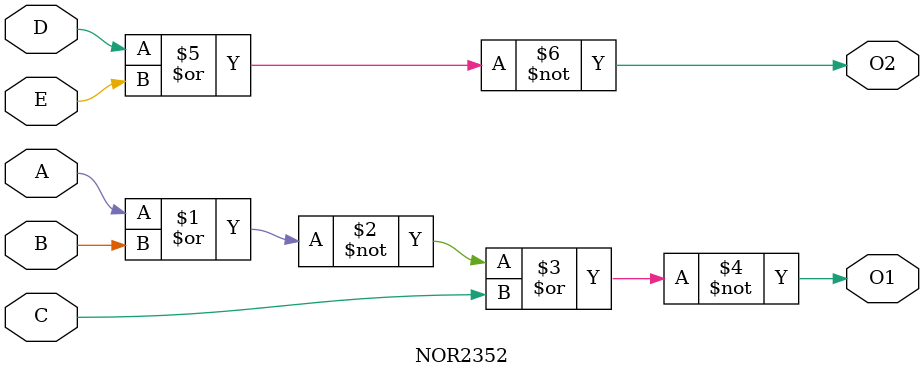
<source format=v>

module NOR2352(
     A,
     B,
     C,
     D,
     E,
     O1,
     O2
    );
 input A;
    input B;
    input C;
    input D;
    input E;
    output O1;
    output O2;
assign O1 = ~( ~( A | B) | C);

assign O2 = ~( D | E);

endmodule

</source>
